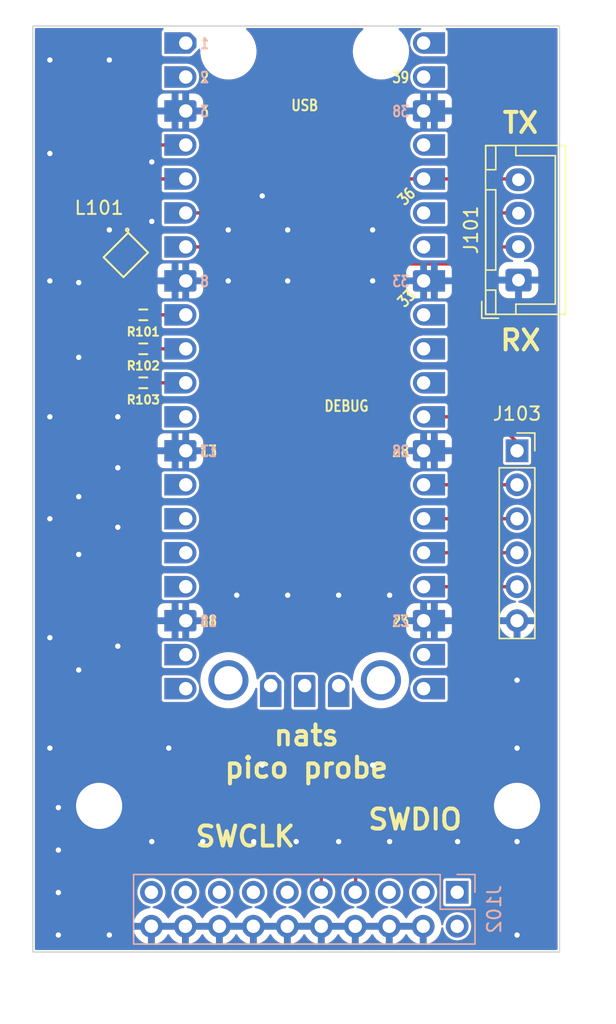
<source format=kicad_pcb>
(kicad_pcb (version 20211014) (generator pcbnew)
  (layers (0 "F.Cu" signal) (31 "B.Cu" signal) (34 "B.Paste" user) (35 "F.Paste" user) (36 "B.SilkS" user "B.Silkscreen") (37 "F.SilkS" user "F.Silkscreen") (38 "B.Mask" user) (39 "F.Mask" user) (44 "Edge.Cuts" user))
  (net 0 "")
  (net 3 "GND")
  (net 4 "/SWCLK")
  (net 5 "/SWDIO")
  (net 6 "/UART_TX")
  (net 7 "/UART_RX")
  (net 22 "+3V3")
  (net 35 "Net-(A101-Pad9)")
  (net 36 "Net-(A101-Pad10)")
  (net 37 "Net-(A101-Pad11)")
  (net 38 "Net-(A101-Pad24)")
  (net 39 "Net-(A101-Pad25)")
  (net 40 "Net-(A101-Pad26)")
  (net 41 "Net-(A101-Pad27)")
  (net 42 "Net-(A101-Pad29)")
  (net 43 "Net-(L101-Pad2)")
  (net 44 "Net-(L101-Pad3)")
  (net 45 "Net-(L101-Pad4)")
  (footprint "Mounting_Holes:3.45MM_NOTPLATED" (layer "F.Cu") (at 163.83 117.348)
    (fp_text reference "REF**" hide)
    (fp_text value "3.45MM_NOTPLATED")
    (pad "" np_thru_hole circle (at 0 0) (size 3.45 3.45) (drill 3.45) (layers *.Cu *.Mask))
  )
  (footprint "General_SMD:SM0402" (layer "F.Cu") (at 135.89 83.185)
    (fp_text reference "R102" (at 0 1.27) (layer "F.SilkS") (effects (font (size 0.635 0.635))))
    (fp_text value "220" hide)
    (fp_line (start 0.2 0.4) (end 0.3 0.4) (layer "F.SilkS") (width 0.15))
    (fp_line (start 0.2 -0.4) (end 0.3 -0.4) (layer "F.SilkS") (width 0.15))
    (fp_line (start -0.3 0.4) (end 0.2 0.4) (layer "F.SilkS") (width 0.15))
    (fp_line (start -0.3 -0.4) (end 0.2 -0.4) (layer "F.SilkS") (width 0.15))
    (pad "1" smd rect locked (at -0.5 0) (size 0.5 0.6) (layers "F.Cu" "F.Paste" "F.Mask") (net 44 "Net-(L101-Pad3)"))
    (pad "2" smd rect locked (at 0.5 0) (size 0.5 0.6) (layers "F.Cu" "F.Paste" "F.Mask") (net 36 "Net-(A101-Pad10)"))
  )
  (footprint "General_SMD:SM0402" (layer "F.Cu") (at 135.89 80.645)
    (fp_text reference "R101" (at 0 1.27) (layer "F.SilkS") (effects (font (size 0.635 0.635))))
    (fp_text value "220" hide)
    (fp_line (start -0.3 0.4) (end 0.2 0.4) (layer "F.SilkS") (width 0.15))
    (fp_line (start 0.2 0.4) (end 0.3 0.4) (layer "F.SilkS") (width 0.15))
    (fp_line (start -0.3 -0.4) (end 0.2 -0.4) (layer "F.SilkS") (width 0.15))
    (fp_line (start 0.2 -0.4) (end 0.3 -0.4) (layer "F.SilkS") (width 0.15))
    (pad "1" smd rect locked (at -0.5 0) (size 0.5 0.6) (layers "F.Cu" "F.Paste" "F.Mask") (net 43 "Net-(L101-Pad2)"))
    (pad "2" smd rect locked (at 0.5 0) (size 0.5 0.6) (layers "F.Cu" "F.Paste" "F.Mask") (net 35 "Net-(A101-Pad9)"))
  )
  (footprint "Connector_JST:JST_XH_B4B-XH-A_1x04_P2.50mm_Vertical" (layer "F.Cu") (at 163.94 78.045 90)
    (fp_text reference "J101" (at 3.75 -3.55 90) (layer "F.SilkS"))
    (fp_text value "Conn_01x04")
    (fp_line (start 0.75 -2.45) (end 0.75 -1.7) (layer "F.SilkS") (width 0.12))
    (fp_line (start 10.05 -0.2) (end 9.3 -0.2) (layer "F.SilkS") (width 0.12))
    (fp_line (start 8.25 -1.7) (end 10.05 -1.7) (layer "F.SilkS") (width 0.12))
    (fp_line (start -2.85 -2.75) (end -2.85 -1.5) (layer "F.SilkS") (width 0.12))
    (fp_line (start -1.6 -2.75) (end -2.85 -2.75) (layer "F.SilkS") (width 0.12))
    (fp_line (start 10.06 -2.46) (end -2.56 -2.46) (layer "F.SilkS") (width 0.12))
    (fp_line (start -1.8 -0.2) (end -1.8 2.75) (layer "F.SilkS") (width 0.12))
    (fp_line (start -2.55 -1.7) (end -0.75 -1.7) (layer "F.SilkS") (width 0.12))
    (fp_line (start 9.3 -0.2) (end 9.3 2.75) (layer "F.SilkS") (width 0.12))
    (fp_line (start -0.75 -1.7) (end -0.75 -2.45) (layer "F.SilkS") (width 0.12))
    (fp_line (start -1.8 2.75) (end 3.75 2.75) (layer "F.SilkS") (width 0.12))
    (fp_line (start 6.75 -1.7) (end 6.75 -2.45) (layer "F.SilkS") (width 0.12))
    (fp_line (start 8.25 -2.45) (end 8.25 -1.7) (layer "F.SilkS") (width 0.12))
    (fp_line (start -2.55 -2.45) (end -2.55 -1.7) (layer "F.SilkS") (width 0.12))
    (fp_line (start 10.05 -1.7) (end 10.05 -2.45) (layer "F.SilkS") (width 0.12))
    (fp_line (start 9.3 2.75) (end 3.75 2.75) (layer "F.SilkS") (width 0.12))
    (fp_line (start -0.75 -2.45) (end -2.55 -2.45) (layer "F.SilkS") (width 0.12))
    (fp_line (start 10.06 3.51) (end 10.06 -2.46) (layer "F.SilkS") (width 0.12))
    (fp_line (start 10.05 -2.45) (end 8.25 -2.45) (layer "F.SilkS") (width 0.12))
    (fp_line (start -2.55 -0.2) (end -1.8 -0.2) (layer "F.SilkS") (width 0.12))
    (fp_line (start 0.75 -1.7) (end 6.75 -1.7) (layer "F.SilkS") (width 0.12))
    (fp_line (start 6.75 -2.45) (end 0.75 -2.45) (layer "F.SilkS") (width 0.12))
    (fp_line (start -2.56 -2.46) (end -2.56 3.51) (layer "F.SilkS") (width 0.12))
    (fp_line (start -2.56 3.51) (end 10.06 3.51) (layer "F.SilkS") (width 0.12))
    (pad "1" thru_hole roundrect (at 0 0 90) (size 1.7 1.95) (drill 0.95) (layers *.Cu *.Mask) (roundrect_rratio 0.1470588235) (net 3 "GND"))
    (pad "2" thru_hole oval (at 2.5 0 90) (size 1.7 1.95) (drill 0.95) (layers *.Cu *.Mask) (net 7 "/UART_RX"))
    (pad "3" thru_hole oval (at 5 0 90) (size 1.7 1.95) (drill 0.95) (layers *.Cu *.Mask) (net 6 "/UART_TX"))
    (pad "4" thru_hole oval (at 7.5 0 90) (size 1.7 1.95) (drill 0.95) (layers *.Cu *.Mask) (net 22 "+3V3"))
  )
  (footprint "Cree:CLMVC-FKA_RGBLED" (layer "F.Cu") (at 134.62 76.2 135)
    (fp_text reference "L101" (at 3.951313 1.077631) (layer "F.SilkS"))
    (fp_text value "LED_RGB")
    (fp_line (start 1.1 1.3) (end -1 1.3) (layer "F.SilkS") (width 0.15))
    (fp_line (start 1.1 -1.3) (end 1.1 1.3) (layer "F.SilkS") (width 0.15))
    (fp_line (start -1 1.3) (end -1 -1.3) (layer "F.SilkS") (width 0.15))
    (fp_line (start -1 -1.3) (end 1.1 -1.3) (layer "F.SilkS") (width 0.15))
    (fp_circle (center 1.3 1.4) (end 1.3 1.5) (layer "F.SilkS") (width 0.15) (fill none))
    (pad "1" smd rect locked (at 0.55 0.75 135) (size 0.8 1) (layers "F.Cu" "F.Paste" "F.Mask") (net 22 "+3V3"))
    (pad "2" smd rect locked (at -0.55 0.75 135) (size 0.8 1) (layers "F.Cu" "F.Paste" "F.Mask") (net 43 "Net-(L101-Pad2)"))
    (pad "3" smd rect locked (at -0.55 -0.75 135) (size 0.8 1) (layers "F.Cu" "F.Paste" "F.Mask") (net 44 "Net-(L101-Pad3)"))
    (pad "4" smd rect locked (at 0.55 -0.75 135) (size 0.8 1) (layers "F.Cu" "F.Paste" "F.Mask") (net 45 "Net-(L101-Pad4)"))
  )
  (footprint "General_SMD:SM0402" (layer "F.Cu") (at 135.89 85.725)
    (fp_text reference "R103" (at 0 1.27) (layer "F.SilkS") (effects (font (size 0.635 0.635))))
    (fp_text value "220" hide)
    (fp_line (start -0.3 0.4) (end 0.2 0.4) (layer "F.SilkS") (width 0.15))
    (fp_line (start 0.2 -0.4) (end 0.3 -0.4) (layer "F.SilkS") (width 0.15))
    (fp_line (start 0.2 0.4) (end 0.3 0.4) (layer "F.SilkS") (width 0.15))
    (fp_line (start -0.3 -0.4) (end 0.2 -0.4) (layer "F.SilkS") (width 0.15))
    (pad "1" smd rect locked (at -0.5 0) (size 0.5 0.6) (layers "F.Cu" "F.Paste" "F.Mask") (net 45 "Net-(L101-Pad4)"))
    (pad "2" smd rect locked (at 0.5 0) (size 0.5 0.6) (layers "F.Cu" "F.Paste" "F.Mask") (net 37 "Net-(A101-Pad11)"))
  )
  (footprint "Connector_PinSocket_2.54mm:PinSocket_1x06_P2.54mm_Vertical" (layer "F.Cu") (at 163.83 90.805)
    (fp_text reference "J103" (at 0 -2.77) (layer "F.SilkS"))
    (fp_text value "Conn_01x06")
    (fp_line (start -1.33 1.27) (end 1.33 1.27) (layer "F.SilkS") (width 0.12))
    (fp_line (start 1.33 -1.33) (end 1.33 0) (layer "F.SilkS") (width 0.12))
    (fp_line (start -1.33 14.03) (end 1.33 14.03) (layer "F.SilkS") (width 0.12))
    (fp_line (start 0 -1.33) (end 1.33 -1.33) (layer "F.SilkS") (width 0.12))
    (fp_line (start -1.33 1.27) (end -1.33 14.03) (layer "F.SilkS") (width 0.12))
    (fp_line (start 1.33 1.27) (end 1.33 14.03) (layer "F.SilkS") (width 0.12))
    (pad "1" thru_hole rect (at 0 0) (size 1.7 1.7) (drill 1) (layers *.Cu *.Mask) (net 42 "Net-(A101-Pad29)"))
    (pad "2" thru_hole oval (at 0 2.54) (size 1.7 1.7) (drill 1) (layers *.Cu *.Mask) (net 41 "Net-(A101-Pad27)"))
    (pad "3" thru_hole oval (at 0 5.08) (size 1.7 1.7) (drill 1) (layers *.Cu *.Mask) (net 40 "Net-(A101-Pad26)"))
    (pad "4" thru_hole oval (at 0 7.62) (size 1.7 1.7) (drill 1) (layers *.Cu *.Mask) (net 39 "Net-(A101-Pad25)"))
    (pad "5" thru_hole oval (at 0 10.16) (size 1.7 1.7) (drill 1) (layers *.Cu *.Mask) (net 38 "Net-(A101-Pad24)"))
    (pad "6" thru_hole oval (at 0 12.7) (size 1.7 1.7) (drill 1) (layers *.Cu *.Mask) (net 3 "GND"))
  )
  (footprint "Module:Raspberry_Pi_Pico_AddOn" (layer "F.Cu") (at 139.065 60.325)
    (fp_text reference "A101")
    (fp_text value "RaspberryPi-Pico")
    (fp_text user "33" (at 16.78 17.8181 unlocked) (layer "B.SilkS") (effects (font (size 0.8 0.64)) (justify left mirror)))
    (fp_text user "28" (at 16.78 30.5181 unlocked) (layer "B.SilkS") (effects (font (size 0.8 0.64)) (justify left mirror)))
    (fp_text user "13" (at 1 30.5181 unlocked) (layer "B.SilkS") (effects (font (size 0.8 0.64)) (justify right mirror)))
    (fp_text user "18" (at 1 43.2181 unlocked) (layer "B.SilkS") (effects (font (size 0.8 0.64)) (justify right mirror)))
    (fp_text user "23" (at 16.78 43.2181 unlocked) (layer "B.SilkS") (effects (font (size 0.8 0.64)) (justify left mirror)))
    (fp_text user "3" (at 1 5.1181 unlocked) (layer "B.SilkS") (effects (font (size 0.8 0.64)) (justify right mirror)))
    (fp_text user "8" (at 1 17.8181 unlocked) (layer "B.SilkS") (effects (font (size 0.8 0.64)) (justify right mirror)))
    (fp_text user "38" (at 16.78 5.1181 unlocked) (layer "B.SilkS") (effects (font (size 0.8 0.64)) (justify left mirror)))
    (fp_text user "1" (at 1 0.0381 unlocked) (layer "B.SilkS") (effects (font (size 0.8 0.64)) (justify right mirror)))
    (fp_text user "2" (at 1 2.5781 unlocked) (layer "B.SilkS") (effects (font (size 0.8 0.64)) (justify right mirror)))
    (fp_text user "8" (at 1 17.8181 unlocked) (layer "F.SilkS") (effects (font (size 0.8 0.64)) (justify left)))
    (fp_text user "USB" (at 8.89 4.6681 unlocked) (layer "F.SilkS") (effects (font (size 0.8 0.66))))
    (fp_text user "2" (at 1 2.5781 unlocked) (layer "F.SilkS") (effects (font (size 0.8 0.64)) (justify left)))
    (fp_text user "23" (at 16.78 43.2181 unlocked) (layer "F.SilkS") (effects (font (size 0.8 0.64)) (justify right)))
    (fp_text user "1" (at 1 0.0381 unlocked) (layer "F.SilkS") (effects (font (size 0.8 0.64)) (justify left)))
    (fp_text user "13" (at 1 30.5181 unlocked) (layer "F.SilkS") (effects (font (size 0.8 0.64)) (justify left)))
    (fp_text user "18" (at 1 43.2181 unlocked) (layer "F.SilkS") (effects (font (size 0.8 0.64)) (justify left)))
    (fp_text user "33" (at 16.51 19.0881 45 unlocked) (layer "F.SilkS") (effects (font (size 0.8 0.64))))
    (fp_text user "39" (at 16.78 2.5781 unlocked) (layer "F.SilkS") (effects (font (size 0.8 0.64)) (justify right)))
    (fp_text user "DEBUG" (at 12.0142 27.1381 unlocked) (layer "F.SilkS") (effects (font (size 0.8 0.66))))
    (fp_text user "28" (at 16.78 30.5181 unlocked) (layer "F.SilkS") (effects (font (size 0.8 0.64)) (justify right)))
    (fp_text user "36" (at 16.51 11.4681 45 unlocked) (layer "F.SilkS") (effects (font (size 0.8 0.64))))
    (fp_text user "3" (at 1 5.1181 unlocked) (layer "F.SilkS") (effects (font (size 0.8 0.64)) (justify left)))
    (pad "" np_thru_hole circle (at 14.59 0.63) (size 2.1 2.1) (drill 2.1) (layers F&B.Cu *.Mask) (clearance 1.05))
    (pad "" np_thru_hole circle (at 3.19 0.63) (size 2.1 2.1) (drill 2.1) (layers F&B.Cu *.Mask) (clearance 1.05))
    (pad "" np_thru_hole circle (at 3.19 47.63) (size 2.1 2.1) (drill 2.1) (layers F&B.Cu *.Mask) (clearance 1.05))
    (pad "" np_thru_hole circle (at 14.59 47.63) (size 2.1 2.1) (drill 2.1) (layers F&B.Cu *.Mask) (clearance 1.05))
    (pad "1" smd rect (at -0.8 0) (size 1.6 1.6) (layers "F.Cu" "F.Mask"))
    (pad "1" thru_hole custom (at 0 0) (size 1.6 1.6) (drill 1) (layers *.Cu *.Mask) (options (clearance convexhull) (anchor circle)) (primitives (gr_poly (pts (xy 0.6 0.248529) (xy 0.248529 0.6) (xy -0.248529 0.6) (xy -0.6 0.248529) (xy -0.6 -0.248529) (xy -0.248529 -0.6) (xy 0.248529 -0.6) (xy 0.6 -0.248529)) (width 0.4) (fill yes))))
    (pad "1" smd rect (at -0.8 0) (size 1.6 1.6) (layers "B.Cu" "B.Mask"))
    (pad "2" smd rect (at -0.8 2.54) (size 1.6 1.6) (layers "F.Cu" "F.Mask"))
    (pad "2" smd rect (at -0.8 2.54) (size 1.6 1.6) (layers "B.Cu" "B.Mask"))
    (pad "2" thru_hole circle (at 0 2.54) (size 1.6 1.6) (drill 1) (layers *.Cu *.Mask))
    (pad "3" smd rect (at -0.8 5.08) (size 1.6 1.6) (layers "F.Cu" "F.Mask") (net 3 "GND"))
    (pad "3" smd rect (at -0.8 5.08) (size 1.6 1.6) (layers "B.Cu" "B.Mask") (net 3 "GND"))
    (pad "3" thru_hole roundrect (at 0 5.08) (size 1.6 1.6) (drill 1) (layers *.Cu *.Mask) (roundrect_rratio 0.125) (net 3 "GND"))
    (pad "4" thru_hole circle (at 0 7.62) (size 1.6 1.6) (drill 1) (layers *.Cu *.Mask) (net 4 "/SWCLK"))
    (pad "4" smd rect (at -0.8 7.62) (size 1.6 1.6) (layers "F.Cu" "F.Mask") (net 4 "/SWCLK"))
    (pad "4" smd rect (at -0.8 7.62) (size 1.6 1.6) (layers "B.Cu" "B.Mask") (net 4 "/SWCLK"))
    (pad "5" thru_hole circle (at 0 10.16) (size 1.6 1.6) (drill 1) (layers *.Cu *.Mask) (net 5 "/SWDIO"))
    (pad "5" smd rect (at -0.8 10.16) (size 1.6 1.6) (layers "F.Cu" "F.Mask") (net 5 "/SWDIO"))
    (pad "5" smd rect (at -0.8 10.16) (size 1.6 1.6) (layers "B.Cu" "B.Mask") (net 5 "/SWDIO"))
    (pad "6" smd rect (at -0.8 12.7) (size 1.6 1.6) (layers "F.Cu" "F.Mask") (net 6 "/UART_TX"))
    (pad "6" smd rect (at -0.8 12.7) (size 1.6 1.6) (layers "B.Cu" "B.Mask") (net 6 "/UART_TX"))
    (pad "6" thru_hole circle (at 0 12.7) (size 1.6 1.6) (drill 1) (layers *.Cu *.Mask) (net 6 "/UART_TX"))
    (pad "7" smd rect (at -0.8 15.24) (size 1.6 1.6) (layers "F.Cu" "F.Mask") (net 7 "/UART_RX"))
    (pad "7" smd rect (at -0.8 15.24) (size 1.6 1.6) (layers "B.Cu" "B.Mask") (net 7 "/UART_RX"))
    (pad "7" thru_hole circle (at 0 15.24) (size 1.6 1.6) (drill 1) (layers *.Cu *.Mask) (net 7 "/UART_RX"))
    (pad "8" smd rect (at -0.8 17.78) (size 1.6 1.6) (layers "F.Cu" "F.Mask") (net 3 "GND"))
    (pad "8" thru_hole roundrect (at 0 17.78) (size 1.6 1.6) (drill 1) (layers *.Cu *.Mask) (roundrect_rratio 0.125) (net 3 "GND"))
    (pad "8" smd rect (at -0.8 17.78) (size 1.6 1.6) (layers "B.Cu" "B.Mask") (net 3 "GND"))
    (pad "9" smd rect (at -0.8 20.32) (size 1.6 1.6) (layers "F.Cu" "F.Mask") (net 35 "Net-(A101-Pad9)"))
    (pad "9" smd rect (at -0.8 20.32) (size 1.6 1.6) (layers "B.Cu" "B.Mask") (net 35 "Net-(A101-Pad9)"))
    (pad "9" thru_hole circle (at 0 20.32) (size 1.6 1.6) (drill 1) (layers *.Cu *.Mask) (net 35 "Net-(A101-Pad9)"))
    (pad "10" thru_hole circle (at 0 22.86) (size 1.6 1.6) (drill 1) (layers *.Cu *.Mask) (net 36 "Net-(A101-Pad10)"))
    (pad "10" smd rect (at -0.8 22.86) (size 1.6 1.6) (layers "F.Cu" "F.Mask") (net 36 "Net-(A101-Pad10)"))
    (pad "10" smd rect (at -0.8 22.86) (size 1.6 1.6) (layers "B.Cu" "B.Mask") (net 36 "Net-(A101-Pad10)"))
    (pad "11" smd rect (at -0.8 25.4) (size 1.6 1.6) (layers "F.Cu" "F.Mask") (net 37 "Net-(A101-Pad11)"))
    (pad "11" smd rect (at -0.8 25.4) (size 1.6 1.6) (layers "B.Cu" "B.Mask") (net 37 "Net-(A101-Pad11)"))
    (pad "11" thru_hole circle (at 0 25.4) (size 1.6 1.6) (drill 1) (layers *.Cu *.Mask) (net 37 "Net-(A101-Pad11)"))
    (pad "12" thru_hole circle (at 0 27.94) (size 1.6 1.6) (drill 1) (layers *.Cu *.Mask))
    (pad "12" smd rect (at -0.8 27.94) (size 1.6 1.6) (layers "B.Cu" "B.Mask"))
    (pad "12" smd rect (at -0.8 27.94) (size 1.6 1.6) (layers "F.Cu" "F.Mask"))
    (pad "13" smd rect (at -0.8 30.48) (size 1.6 1.6) (layers "F.Cu" "F.Mask") (net 3 "GND"))
    (pad "13" thru_hole roundrect (at 0 30.48) (size 1.6 1.6) (drill 1) (layers *.Cu *.Mask) (roundrect_rratio 0.125) (net 3 "GND"))
    (pad "13" smd rect (at -0.8 30.48) (size 1.6 1.6) (layers "B.Cu" "B.Mask") (net 3 "GND"))
    (pad "14" smd rect (at -0.8 33.02) (size 1.6 1.6) (layers "B.Cu" "B.Mask"))
    (pad "14" thru_hole circle (at 0 33.02) (size 1.6 1.6) (drill 1) (layers *.Cu *.Mask))
    (pad "14" smd rect (at -0.8 33.02) (size 1.6 1.6) (layers "F.Cu" "F.Mask"))
    (pad "15" smd rect (at -0.8 35.56) (size 1.6 1.6) (layers "B.Cu" "B.Mask"))
    (pad "15" smd rect (at -0.8 35.56) (size 1.6 1.6) (layers "F.Cu" "F.Mask"))
    (pad "15" thru_hole circle (at 0 35.56) (size 1.6 1.6) (drill 1) (layers *.Cu *.Mask))
    (pad "16" smd rect (at -0.8 38.1) (size 1.6 1.6) (layers "B.Cu" "B.Mask"))
    (pad "16" smd rect (at -0.8 38.1) (size 1.6 1.6) (layers "F.Cu" "F.Mask"))
    (pad "16" thru_hole circle (at 0 38.1) (size 1.6 1.6) (drill 1) (layers *.Cu *.Mask))
    (pad "17" smd rect (at -0.8 40.64) (size 1.6 1.6) (layers "F.Cu" "F.Mask"))
    (pad "17" thru_hole circle (at 0 40.64) (size 1.6 1.6) (drill 1) (layers *.Cu *.Mask))
    (pad "17" smd rect (at -0.8 40.64) (size 1.6 1.6) (layers "B.Cu" "B.Mask"))
    (pad "18" thru_hole roundrect (at 0 43.18) (size 1.6 1.6) (drill 1) (layers *.Cu *.Mask) (roundrect_rratio 0.125) (net 3 "GND"))
    (pad "18" smd rect (at -0.8 43.18) (size 1.6 1.6) (layers "B.Cu" "B.Mask") (net 3 "GND"))
    (pad "18" smd rect (at -0.8 43.18) (size 1.6 1.6) (layers "F.Cu" "F.Mask") (net 3 "GND"))
    (pad "19" thru_hole circle (at 0 45.72) (size 1.6 1.6) (drill 1) (layers *.Cu *.Mask))
    (pad "19" smd rect (at -0.8 45.72) (size 1.6 1.6) (layers "F.Cu" "F.Mask"))
    (pad "19" smd rect (at -0.8 45.72) (size 1.6 1.6) (layers "B.Cu" "B.Mask"))
    (pad "20" smd rect (at -0.8 48.26) (size 1.6 1.6) (layers "F.Cu" "F.Mask"))
    (pad "20" smd rect (at -0.8 48.26) (size 1.6 1.6) (layers "B.Cu" "B.Mask"))
    (pad "20" thru_hole circle (at 0 48.26) (size 1.6 1.6) (drill 1) (layers *.Cu *.Mask))
    (pad "21" smd rect (at 18.58 48.26) (size 1.6 1.6) (layers "B.Cu" "B.Mask"))
    (pad "21" smd rect (at 18.58 48.26) (size 1.6 1.6) (layers "F.Cu" "F.Mask"))
    (pad "21" thru_hole circle (at 17.78 48.26) (size 1.6 1.6) (drill 1) (layers *.Cu *.Mask))
    (pad "22" smd rect (at 18.58 45.72) (size 1.6 1.6) (layers "B.Cu" "B.Mask"))
    (pad "22" thru_hole circle (at 17.78 45.72) (size 1.6 1.6) (drill 1) (layers *.Cu *.Mask))
    (pad "22" smd rect (at 18.58 45.72) (size 1.6 1.6) (layers "F.Cu" "F.Mask"))
    (pad "23" thru_hole roundrect (at 17.78 43.18) (size 1.6 1.6) (drill 1) (layers *.Cu *.Mask) (roundrect_rratio 0.125) (net 3 "GND"))
    (pad "23" smd rect (at 18.58 43.18) (size 1.6 1.6) (layers "F.Cu" "F.Mask") (net 3 "GND"))
    (pad "23" smd rect (at 18.58 43.18) (size 1.6 1.6) (layers "B.Cu" "B.Mask") (net 3 "GND"))
    (pad "24" smd rect (at 18.58 40.64) (size 1.6 1.6) (layers "B.Cu" "B.Mask") (net 38 "Net-(A101-Pad24)"))
    (pad "24" smd rect (at 18.58 40.64) (size 1.6 1.6) (layers "F.Cu" "F.Mask") (net 38 "Net-(A101-Pad24)"))
    (pad "24" thru_hole circle (at 17.78 40.64) (size 1.6 1.6) (drill 1) (layers *.Cu *.Mask) (net 38 "Net-(A101-Pad24)"))
    (pad "25" smd rect (at 18.58 38.1) (size 1.6 1.6) (layers "B.Cu" "B.Mask") (net 39 "Net-(A101-Pad25)"))
    (pad "25" thru_hole circle (at 17.78 38.1) (size 1.6 1.6) (drill 1) (layers *.Cu *.Mask) (net 39 "Net-(A101-Pad25)"))
    (pad "25" smd rect (at 18.58 38.1) (size 1.6 1.6) (layers "F.Cu" "F.Mask") (net 39 "Net-(A101-Pad25)"))
    (pad "26" thru_hole circle (at 17.78 35.56) (size 1.6 1.6) (drill 1) (layers *.Cu *.Mask) (net 40 "Net-(A101-Pad26)"))
    (pad "26" smd rect (at 18.58 35.56) (size 1.6 1.6) (layers "F.Cu" "F.Mask") (net 40 "Net-(A101-Pad26)"))
    (pad "26" smd rect (at 18.58 35.56) (size 1.6 1.6) (layers "B.Cu" "B.Mask") (net 40 "Net-(A101-Pad26)"))
    (pad "27" thru_hole circle (at 17.78 33.02) (size 1.6 1.6) (drill 1) (layers *.Cu *.Mask) (net 41 "Net-(A101-Pad27)"))
    (pad "27" smd rect (at 18.58 33.02) (size 1.6 1.6) (layers "F.Cu" "F.Mask") (net 41 "Net-(A101-Pad27)"))
    (pad "27" smd rect (at 18.58 33.02) (size 1.6 1.6) (layers "B.Cu" "B.Mask") (net 41 "Net-(A101-Pad27)"))
    (pad "28" smd rect (at 18.58 30.48) (size 1.6 1.6) (layers "F.Cu" "F.Mask") (net 3 "GND"))
    (pad "28" smd rect (at 18.58 30.48) (size 1.6 1.6) (layers "B.Cu" "B.Mask") (net 3 "GND"))
    (pad "28" thru_hole roundrect (at 17.78 30.48) (size 1.6 1.6) (drill 1) (layers *.Cu *.Mask) (roundrect_rratio 0.125) (net 3 "GND"))
    (pad "29" thru_hole circle (at 17.78 27.94) (size 1.6 1.6) (drill 1) (layers *.Cu *.Mask) (net 42 "Net-(A101-Pad29)"))
    (pad "29" smd rect (at 18.58 27.94) (size 1.6 1.6) (layers "B.Cu" "B.Mask") (net 42 "Net-(A101-Pad29)"))
    (pad "29" smd rect (at 18.58 27.94) (size 1.6 1.6) (layers "F.Cu" "F.Mask") (net 42 "Net-(A101-Pad29)"))
    (pad "30" smd rect (at 18.58 25.4) (size 1.6 1.6) (layers "F.Cu" "F.Mask"))
    (pad "30" thru_hole circle (at 17.78 25.4) (size 1.6 1.6) (drill 1) (layers *.Cu *.Mask))
    (pad "30" smd rect (at 18.58 25.4) (size 1.6 1.6) (layers "B.Cu" "B.Mask"))
    (pad "31" smd rect (at 18.58 22.86) (size 1.6 1.6) (layers "B.Cu" "B.Mask"))
    (pad "31" smd rect (at 18.58 22.86) (size 1.6 1.6) (layers "F.Cu" "F.Mask"))
    (pad "31" thru_hole circle (at 17.78 22.86) (size 1.6 1.6) (drill 1) (layers *.Cu *.Mask))
    (pad "32" smd rect (at 18.58 20.32) (size 1.6 1.6) (layers "B.Cu" "B.Mask"))
    (pad "32" thru_hole circle (at 17.78 20.32) (size 1.6 1.6) (drill 1) (layers *.Cu *.Mask))
    (pad "32" smd rect (at 18.58 20.32) (size 1.6 1.6) (layers "F.Cu" "F.Mask"))
    (pad "33" smd rect (at 18.58 17.78) (size 1.6 1.6) (layers "B.Cu" "B.Mask") (net 3 "GND"))
    (pad "33" thru_hole roundrect (at 17.78 17.78) (size 1.6 1.6) (drill 1) (layers *.Cu *.Mask) (roundrect_rratio 0.125) (net 3 "GND"))
    (pad "33" smd rect (at 18.58 17.78) (size 1.6 1.6) (layers "F.Cu" "F.Mask") (net 3 "GND"))
    (pad "34" smd rect (at 18.58 15.24) (size 1.6 1.6) (layers "B.Cu" "B.Mask"))
    (pad "34" smd rect (at 18.58 15.24) (size 1.6 1.6) (layers "F.Cu" "F.Mask"))
    (pad "34" thru_hole circle (at 17.78 15.24) (size 1.6 1.6) (drill 1) (layers *.Cu *.Mask))
    (pad "35" smd rect (at 18.58 12.7) (size 1.6 1.6) (layers "F.Cu" "F.Mask"))
    (pad "35" smd rect (at 18.58 12.7) (size 1.6 1.6) (layers "B.Cu" "B.Mask"))
    (pad "35" thru_hole circle (at 17.78 12.7) (size 1.6 1.6) (drill 1) (layers *.Cu *.Mask))
    (pad "36" smd rect (at 18.58 10.16) (size 1.6 1.6) (layers "F.Cu" "F.Mask") (net 22 "+3V3"))
    (pad "36" smd rect (at 18.58 10.16) (size 1.6 1.6) (layers "B.Cu" "B.Mask") (net 22 "+3V3"))
    (pad "36" thru_hole circle (at 17.78 10.16) (size 1.6 1.6) (drill 1) (layers *.Cu *.Mask) (net 22 "+3V3"))
    (pad "37" smd rect (at 18.58 7.62) (size 1.6 1.6) (layers "B.Cu" "B.Mask"))
    (pad "37" smd rect (at 18.58 7.62) (size 1.6 1.6) (layers "F.Cu" "F.Mask"))
    (pad "37" thru_hole circle (at 17.78 7.62) (size 1.6 1.6) (drill 1) (layers *.Cu *.Mask))
    (pad "38" smd rect (at 18.58 5.08) (size 1.6 1.6) (layers "B.Cu" "B.Mask") (net 3 "GND"))
    (pad "38" smd rect (at 18.58 5.08) (size 1.6 1.6) (layers "F.Cu" "F.Mask") (net 3 "GND"))
    (pad "38" thru_hole roundrect (at 17.78 5.08) (size 1.6 1.6) (drill 1) (layers *.Cu *.Mask) (roundrect_rratio 0.125) (net 3 "GND"))
    (pad "39" smd rect (at 18.58 2.54) (size 1.6 1.6) (layers "B.Cu" "B.Mask"))
    (pad "39" thru_hole circle (at 17.78 2.54) (size 1.6 1.6) (drill 1) (layers *.Cu *.Mask))
    (pad "39" smd rect (at 18.58 2.54) (size 1.6 1.6) (layers "F.Cu" "F.Mask"))
    (pad "40" smd rect (at 18.58 0) (size 1.6 1.6) (layers "B.Cu" "B.Mask"))
    (pad "40" thru_hole circle (at 17.78 0) (size 1.6 1.6) (drill 1) (layers *.Cu *.Mask))
    (pad "40" smd rect (at 18.58 0) (size 1.6 1.6) (layers "F.Cu" "F.Mask"))
    (pad "41" thru_hole custom (at 6.35 48.03) (size 1.6 1.6) (drill 1) (layers *.Cu *.Mask) (options (clearance convexhull) (anchor circle)) (primitives (gr_poly (pts (xy 0.6 0.248529) (xy 0.248529 0.6) (xy -0.248529 0.6) (xy -0.6 0.248529) (xy -0.6 -0.248529) (xy -0.248529 -0.6) (xy 0.248529 -0.6) (xy 0.6 -0.248529)) (width 0.4) (fill yes))))
    (pad "41" smd rect (at 6.35 48.83) (size 1.6 1.6) (layers "F.Cu" "F.Mask"))
    (pad "41" smd rect (at 6.35 48.83) (size 1.6 1.6) (layers "B.Cu" "B.Mask"))
    (pad "42" smd rect (at 8.89 48.83) (size 1.6 1.6) (layers "F.Cu" "F.Mask"))
    (pad "42" thru_hole roundrect (at 8.89 48.03) (size 1.6 1.6) (drill 1) (layers *.Cu *.Mask) (roundrect_rratio 0.125))
    (pad "42" smd rect (at 8.89 48.83) (size 1.6 1.6) (layers "B.Cu" "B.Mask"))
    (pad "43" smd rect (at 11.43 48.83) (size 1.6 1.6) (layers "F.Cu" "F.Mask"))
    (pad "43" thru_hole circle (at 11.43 48.03) (size 1.6 1.6) (drill 1) (layers *.Cu *.Mask))
    (pad "43" smd rect (at 11.43 48.83) (size 1.6 1.6) (layers "B.Cu" "B.Mask"))
    (pad "44" thru_hole circle (at 3.19 47.63) (size 3 3) (drill 2.1) (layers *.Cu *.Mask) (clearance 0.4))
    (pad "44" thru_hole circle (at 14.59 47.63) (size 3 3) (drill 2.1) (layers *.Cu *.Mask) (clearance 0.4))
  )
  (footprint "Mounting_Holes:3.45MM_NOTPLATED" (layer "F.Cu") (at 132.588 117.348)
    (fp_text reference "REF**" hide)
    (fp_text value "3.45MM_NOTPLATED")
    (pad "" np_thru_hole circle (at 0 0) (size 3.45 3.45) (drill 3.45) (layers *.Cu *.Mask))
  )
  (footprint "Connector_PinSocket_2.54mm:PinSocket_2x10_P2.54mm_Vertical" (layer "B.Cu") (at 159.355 123.805 90)
    (fp_text reference "J102" (at -1.27 2.77 90) (layer "B.SilkS") (effects (justify mirror)))
    (fp_text value "Conn_02x10_Odd_Even")
    (fp_line (start 0 1.33) (end 1.33 1.33) (layer "B.SilkS") (width 0.12))
    (fp_line (start -3.87 1.33) (end -1.27 1.33) (layer "B.SilkS") (width 0.12))
    (fp_line (start -1.27 -1.27) (end 1.33 -1.27) (layer "B.SilkS") (width 0.12))
    (fp_line (start -3.87 -24.19) (end 1.33 -24.19) (layer "B.SilkS") (width 0.12))
    (fp_line (start -1.27 1.33) (end -1.27 -1.27) (layer "B.SilkS") (width 0.12))
    (fp_line (start 1.33 1.33) (end 1.33 0) (layer "B.SilkS") (width 0.12))
    (fp_line (start -3.87 1.33) (end -3.87 -24.19) (layer "B.SilkS") (width 0.12))
    (fp_line (start 1.33 -1.27) (end 1.33 -24.19) (layer "B.SilkS") (width 0.12))
    (pad "1" thru_hole rect (at 0 0 90) (size 1.7 1.7) (drill 1) (layers *.Cu *.Mask))
    (pad "2" thru_hole oval (at -2.54 0 90) (size 1.7 1.7) (drill 1) (layers *.Cu *.Mask))
    (pad "3" thru_hole oval (at 0 -2.54 90) (size 1.7 1.7) (drill 1) (layers *.Cu *.Mask))
    (pad "4" thru_hole oval (at -2.54 -2.54 90) (size 1.7 1.7) (drill 1) (layers *.Cu *.Mask) (net 3 "GND"))
    (pad "5" thru_hole oval (at 0 -5.08 90) (size 1.7 1.7) (drill 1) (layers *.Cu *.Mask))
    (pad "6" thru_hole oval (at -2.54 -5.08 90) (size 1.7 1.7) (drill 1) (layers *.Cu *.Mask) (net 3 "GND"))
    (pad "7" thru_hole oval (at 0 -7.62 90) (size 1.7 1.7) (drill 1) (layers *.Cu *.Mask) (net 5 "/SWDIO"))
    (pad "8" thru_hole oval (at -2.54 -7.62 90) (size 1.7 1.7) (drill 1) (layers *.Cu *.Mask) (net 3 "GND"))
    (pad "9" thru_hole oval (at 0 -10.16 90) (size 1.7 1.7) (drill 1) (layers *.Cu *.Mask) (net 4 "/SWCLK"))
    (pad "10" thru_hole oval (at -2.54 -10.16 90) (size 1.7 1.7) (drill 1) (layers *.Cu *.Mask) (net 3 "GND"))
    (pad "11" thru_hole oval (at 0 -12.7 90) (size 1.7 1.7) (drill 1) (layers *.Cu *.Mask))
    (pad "12" thru_hole oval (at -2.54 -12.7 90) (size 1.7 1.7) (drill 1) (layers *.Cu *.Mask) (net 3 "GND"))
    (pad "13" thru_hole oval (at 0 -15.24 90) (size 1.7 1.7) (drill 1) (layers *.Cu *.Mask))
    (pad "14" thru_hole oval (at -2.54 -15.24 90) (size 1.7 1.7) (drill 1) (layers *.Cu *.Mask) (net 3 "GND"))
    (pad "15" thru_hole oval (at 0 -17.78 90) (size 1.7 1.7) (drill 1) (layers *.Cu *.Mask))
    (pad "16" thru_hole oval (at -2.54 -17.78 90) (size 1.7 1.7) (drill 1) (layers *.Cu *.Mask) (net 3 "GND"))
    (pad "17" thru_hole oval (at 0 -20.32 90) (size 1.7 1.7) (drill 1) (layers *.Cu *.Mask))
    (pad "18" thru_hole oval (at -2.54 -20.32 90) (size 1.7 1.7) (drill 1) (layers *.Cu *.Mask) (net 3 "GND"))
    (pad "19" thru_hole oval (at 0 -22.86 90) (size 1.7 1.7) (drill 1) (layers *.Cu *.Mask))
    (pad "20" thru_hole oval (at -2.54 -22.86 90) (size 1.7 1.7) (drill 1) (layers *.Cu *.Mask) (net 3 "GND"))
  )
  (gr_rect (start 127.635 59.055) (end 167.005 128.27) (layer "Edge.Cuts") (width 0.1) (fill none))
  (gr_text "RX" (at 164.084 82.55) (layer "F.SilkS") (effects (font (size 1.5 1.5) (thickness 0.3))))
  (gr_text "SWDIO" (at 156.21 118.364) (layer "F.SilkS") (effects (font (size 1.5 1.5) (thickness 0.3))))
  (gr_text "SWCLK" (at 143.51 119.634) (layer "F.SilkS") (effects (font (size 1.5 1.5) (thickness 0.3))))
  (gr_text "nats\npico probe" (at 148.082 113.284) (layer "F.SilkS") (effects (font (size 1.5 1.5) (thickness 0.3))))
  (gr_text "TX" (at 164.084 66.294) (layer "F.SilkS") (effects (font (size 1.5 1.5) (thickness 0.3))))
  (segment (start 156.845 78.105) (end 163.88 78.105) (width 0.25) (layer "F.Cu") (net 3))
  (segment (start 163.88 78.105) (end 163.94 78.045) (width 0.25) (layer "F.Cu") (net 3))
  (via (at 154.305 101.6) (size 0.8) (drill 0.4) (layers "F.Cu" "B.Cu") (net 3))
  (via (at 150.495 101.6) (size 0.8) (drill 0.4) (layers "F.Cu" "B.Cu") (net 3))
  (via (at 163.83 120.015) (size 0.8) (drill 0.4) (layers "F.Cu" "B.Cu") (net 3))
  (via (at 153.035 114.3) (size 0.8) (drill 0.4) (layers "F.Cu" "B.Cu") (net 3))
  (via (at 133.35 61.595) (size 0.8) (drill 0.4) (layers "F.Cu" "B.Cu") (net 3))
  (via (at 129.54 120.65) (size 0.8) (drill 0.4) (layers "F.Cu" "B.Cu") (net 3))
  (via (at 154.305 120.015) (size 0.8) (drill 0.4) (layers "F.Cu" "B.Cu") (net 3))
  (via (at 128.905 88.265) (size 0.8) (drill 0.4) (layers "F.Cu" "B.Cu") (net 3))
  (via (at 131.064 107.188) (size 0.8) (drill 0.4) (layers "F.Cu" "B.Cu") (net 3))
  (via (at 146.685 101.6) (size 0.8) (drill 0.4) (layers "F.Cu" "B.Cu") (net 3))
  (via (at 133.985 105.41) (size 0.8) (drill 0.4) (layers "F.Cu" "B.Cu") (net 3))
  (via (at 133.35 127) (size 0.8) (drill 0.4) (layers "F.Cu" "B.Cu") (net 3))
  (via (at 128.905 104.775) (size 0.8) (drill 0.4) (layers "F.Cu" "B.Cu") (net 3))
  (via (at 146.685 74.295) (size 0.8) (drill 0.4) (layers "F.Cu" "B.Cu") (net 3))
  (via (at 128.905 78.105) (size 0.8) (drill 0.4) (layers "F.Cu" "B.Cu") (net 3))
  (via (at 144.78 114.3) (size 0.8) (drill 0.4) (layers "F.Cu" "B.Cu") (net 3))
  (via (at 144.78 71.755) (size 0.8) (drill 0.4) (layers "F.Cu" "B.Cu") (net 3))
  (via (at 131.064 94.234) (size 0.8) (drill 0.4) (layers "F.Cu" "B.Cu") (net 3))
  (via (at 163.83 107.95) (size 0.8) (drill 0.4) (layers "F.Cu" "B.Cu") (net 3))
  (via (at 142.24 78.105) (size 0.8) (drill 0.4) (layers "F.Cu" "B.Cu") (net 3))
  (via (at 129.54 123.825) (size 0.8) (drill 0.4) (layers "F.Cu" "B.Cu") (net 3))
  (via (at 129.54 127) (size 0.8) (drill 0.4) (layers "F.Cu" "B.Cu") (net 3))
  (via (at 140.335 120.015) (size 0.8) (drill 0.4) (layers "F.Cu" "B.Cu") (net 3))
  (via (at 153.035 74.295) (size 0.8) (drill 0.4) (layers "F.Cu" "B.Cu") (net 3))
  (via (at 129.54 117.475) (size 0.8) (drill 0.4) (layers "F.Cu" "B.Cu") (net 3))
  (via (at 131.064 83.82) (size 0.8) (drill 0.4) (layers "F.Cu" "B.Cu") (net 3))
  (via (at 144.145 120.015) (size 0.8) (drill 0.4) (layers "F.Cu" "B.Cu") (net 3))
  (via (at 133.35 74.295) (size 0.8) (drill 0.4) (layers "F.Cu" "B.Cu") (net 3))
  (via (at 131.064 78.232) (size 0.8) (drill 0.4) (layers "F.Cu" "B.Cu") (net 3))
  (via (at 128.905 68.58) (size 0.8) (drill 0.4) (layers "F.Cu" "B.Cu") (net 3))
  (via (at 128.905 95.885) (size 0.8) (drill 0.4) (layers "F.Cu" "B.Cu") (net 3))
  (via (at 163.83 127) (size 0.8) (drill 0.4) (layers "F.Cu" "B.Cu") (net 3))
  (via (at 133.985 92.075) (size 0.8) (drill 0.4) (layers "F.Cu" "B.Cu") (net 3))
  (via (at 150.495 120.015) (size 0.8) (drill 0.4) (layers "F.Cu" "B.Cu") (net 3))
  (via (at 136.525 69.215) (size 0.8) (drill 0.4) (layers "F.Cu" "B.Cu") (net 3))
  (via (at 133.985 88.265) (size 0.8) (drill 0.4) (layers "F.Cu" "B.Cu") (net 3))
  (via (at 153.035 78.105) (size 0.8) (drill 0.4) (layers "F.Cu" "B.Cu") (net 3))
  (via (at 163.83 113.03) (size 0.8) (drill 0.4) (layers "F.Cu" "B.Cu") (net 3))
  (via (at 137.795 113.03) (size 0.8) (drill 0.4) (layers "F.Cu" "B.Cu") (net 3))
  (via (at 159.385 120.015) (size 0.8) (drill 0.4) (layers "F.Cu" "B.Cu") (net 3))
  (via (at 136.525 120.015) (size 0.8) (drill 0.4) (layers "F.Cu" "B.Cu") (net 3))
  (via (at 146.685 78.105) (size 0.8) (drill 0.4) (layers "F.Cu" "B.Cu") (net 3))
  (via (at 147.32 120.015) (size 0.8) (drill 0.4) (layers "F.Cu" "B.Cu") (net 3))
  (via (at 142.24 74.295) (size 0.8) (drill 0.4) (layers "F.Cu" "B.Cu") (net 3))
  (via (at 142.875 101.6) (size 0.8) (drill 0.4) (layers "F.Cu" "B.Cu") (net 3))
  (via (at 136.525 73.66) (size 0.8) (drill 0.4) (layers "F.Cu" "B.Cu") (net 3))
  (via (at 131.064 98.552) (size 0.8) (drill 0.4) (layers "F.Cu" "B.Cu") (net 3))
  (via (at 128.905 113.03) (size 0.8) (drill 0.4) (layers "F.Cu" "B.Cu") (net 3))
  (via (at 128.905 61.595) (size 0.8) (drill 0.4) (layers "F.Cu" "B.Cu") (net 3))
  (via (at 133.985 96.52) (size 0.8) (drill 0.4) (layers "F.Cu" "B.Cu") (net 3))
  (segment (start 137.16 117.475) (end 147.955 117.475) (width 0.25) (layer "F.Cu") (net 4))
  (segment (start 149.195 118.715) (end 149.195 123.805) (width 0.25) (layer "F.Cu") (net 4))
  (segment (start 147.955 117.475) (end 149.195 118.715) (width 0.25) (layer "F.Cu") (net 4))
  (segment (start 130.175 110.49) (end 137.16 117.475) (width 0.25) (layer "F.Cu") (net 4))
  (segment (start 137.465 67.945) (end 135.255 67.945) (width 0.25) (layer "F.Cu") (net 4))
  (segment (start 130.175 73.025) (end 130.175 110.49) (width 0.25) (layer "F.Cu") (net 4))
  (segment (start 135.255 67.945) (end 130.175 73.025) (width 0.25) (layer "F.Cu") (net 4))
  (segment (start 132.08 110.49) (end 137.795 116.205) (width 0.25) (layer "F.Cu") (net 5))
  (segment (start 149.225 116.205) (end 151.765 118.745) (width 0.25) (layer "F.Cu") (net 5))
  (segment (start 151.765 123.775) (end 151.735 123.805) (width 0.25) (layer "F.Cu") (net 5))
  (segment (start 151.765 118.745) (end 151.765 123.775) (width 0.25) (layer "F.Cu") (net 5))
  (segment (start 137.465 70.485) (end 135.255 70.485) (width 0.25) (layer "F.Cu") (net 5))
  (segment (start 132.08 73.66) (end 132.08 110.49) (width 0.25) (layer "F.Cu") (net 5))
  (segment (start 137.795 116.205) (end 149.225 116.205) (width 0.25) (layer "F.Cu") (net 5))
  (segment (start 135.255 70.485) (end 132.08 73.66) (width 0.25) (layer "F.Cu") (net 5))
  (segment (start 163.92 73.025) (end 163.94 73.045) (width 0.25) (layer "F.Cu") (net 6))
  (segment (start 146.685 71.755) (end 160.02 71.755) (width 0.25) (layer "F.Cu") (net 6))
  (segment (start 160.02 71.755) (end 161.29 73.025) (width 0.25) (layer "F.Cu") (net 6))
  (segment (start 139.065 73.025) (end 145.415 73.025) (width 0.25) (layer "F.Cu") (net 6))
  (segment (start 145.415 73.025) (end 146.685 71.755) (width 0.25) (layer "F.Cu") (net 6))
  (segment (start 161.29 73.025) (end 163.92 73.025) (width 0.25) (layer "F.Cu") (net 6))
  (segment (start 154.94 76.835) (end 160.655 76.835) (width 0.25) (layer "F.Cu") (net 7))
  (segment (start 161.925 75.565) (end 163.92 75.565) (width 0.25) (layer "F.Cu") (net 7))
  (segment (start 153.67 75.565) (end 154.94 76.835) (width 0.25) (layer "F.Cu") (net 7))
  (segment (start 139.065 75.565) (end 153.67 75.565) (width 0.25) (layer "F.Cu") (net 7))
  (segment (start 160.655 76.835) (end 161.925 75.565) (width 0.25) (layer "F.Cu") (net 7))
  (segment (start 163.92 75.565) (end 163.94 75.545) (width 0.25) (layer "F.Cu") (net 7))
  (segment (start 156.845 70.485) (end 163.88 70.485) (width 0.25) (layer "F.Cu") (net 22))
  (segment (start 163.88 70.485) (end 163.94 70.545) (width 0.25) (layer "F.Cu") (net 22))
  (segment (start 134.761421 75.280761) (end 134.761421 72.883579) (width 0.25) (layer "F.Cu") (net 22))
  (segment (start 144.78 70.485) (end 156.845 70.485) (width 0.25) (layer "F.Cu") (net 22))
  (segment (start 143.51 71.755) (end 144.78 70.485) (width 0.25) (layer "F.Cu") (net 22))
  (segment (start 135.89 71.755) (end 143.51 71.755) (width 0.25) (layer "F.Cu") (net 22))
  (segment (start 134.761421 72.883579) (end 135.89 71.755) (width 0.25) (layer "F.Cu") (net 22))
  (segment (start 136.39 80.645) (end 138.265 80.645) (width 0.25) (layer "F.Cu") (net 35))
  (segment (start 136.39 83.185) (end 138.265 83.185) (width 0.25) (layer "F.Cu") (net 36))
  (segment (start 136.39 85.725) (end 139.065 85.725) (width 0.25) (layer "F.Cu") (net 37))
  (segment (start 157.645 100.965) (end 163.83 100.965) (width 0.25) (layer "F.Cu") (net 38))
  (segment (start 156.845 98.425) (end 163.83 98.425) (width 0.25) (layer "F.Cu") (net 39))
  (segment (start 157.645 95.885) (end 163.83 95.885) (width 0.25) (layer "F.Cu") (net 40))
  (segment (start 157.645 93.345) (end 163.83 93.345) (width 0.25) (layer "F.Cu") (net 41))
  (segment (start 161.925 88.265) (end 163.83 90.17) (width 0.25) (layer "F.Cu") (net 42))
  (segment (start 163.83 90.17) (end 163.83 90.805) (width 0.25) (layer "F.Cu") (net 42))
  (segment (start 157.645 88.265) (end 161.925 88.265) (width 0.25) (layer "F.Cu") (net 42))
  (segment (start 135.539239 76.058579) (end 135.539239 80.495761) (width 0.25) (layer "F.Cu") (net 43))
  (segment (start 135.539239 80.495761) (end 135.39 80.645) (width 0.25) (layer "F.Cu") (net 43))
  (segment (start 134.478579 83.043579) (end 134.62 83.185) (width 0.25) (layer "F.Cu") (net 44))
  (segment (start 134.478579 77.119239) (end 134.478579 83.043579) (width 0.25) (layer "F.Cu") (net 44))
  (segment (start 134.62 83.185) (end 135.39 83.185) (width 0.25) (layer "F.Cu") (net 44))
  (segment (start 133.35 76.692182) (end 133.35 84.455) (width 0.25) (layer "F.Cu") (net 45))
  (segment (start 133.700761 76.341421) (end 133.35 76.692182) (width 0.25) (layer "F.Cu") (net 45))
  (segment (start 133.35 84.455) (end 134.62 85.725) (width 0.25) (layer "F.Cu") (net 45))
  (segment (start 134.62 85.725) (end 135.39 85.725) (width 0.25) (layer "F.Cu") (net 45))
  (zone (net 3) (net_name "GND") (layer "F.Cu") (connect_pads (clearance 0.15)) (min_thickness 0.15) (fill yes (thermal_gap 0.508) (thermal_bridge_width 0.508))
    (polygon (pts (xy 167.005 128.27) (xy 127.635 128.27) (xy 127.635 59.055) (xy 167.005 59.055)))
  )
  (zone (net 3) (net_name "GND") (layer "B.Cu") (connect_pads (clearance 0.15)) (min_thickness 0.15) (fill yes (thermal_gap 0.508) (thermal_bridge_width 0.508))
    (polygon (pts (xy 167.005 128.27) (xy 127.635 128.27) (xy 127.635 59.055) (xy 167.005 59.055)))
  )
)
</source>
